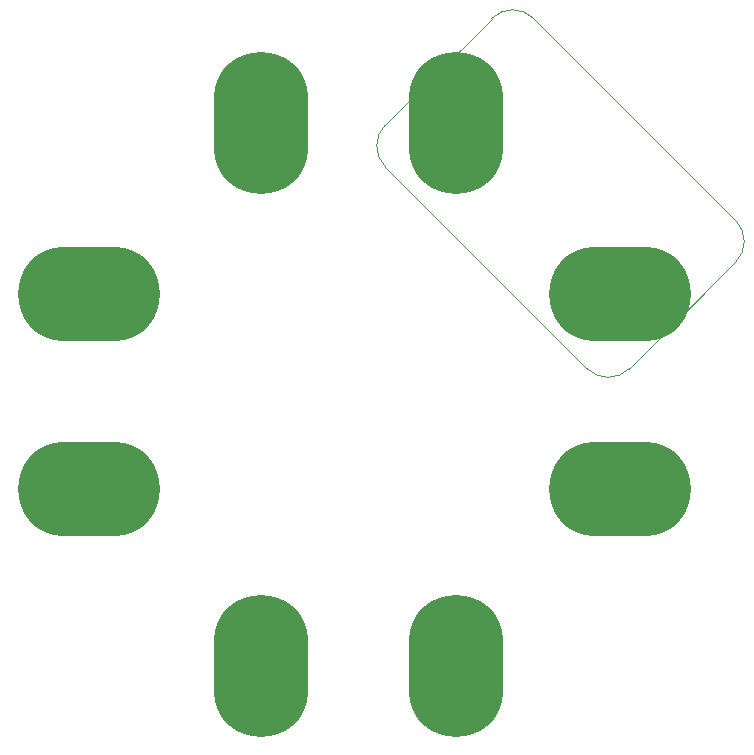
<source format=gbr>
%TF.GenerationSoftware,KiCad,Pcbnew,(5.1.8-0-10_14)*%
%TF.CreationDate,2021-02-24T01:50:54+08:00*%
%TF.ProjectId,batt_board,62617474-5f62-46f6-9172-642e6b696361,v0.2*%
%TF.SameCoordinates,Original*%
%TF.FileFunction,Paste,Bot*%
%TF.FilePolarity,Positive*%
%FSLAX46Y46*%
G04 Gerber Fmt 4.6, Leading zero omitted, Abs format (unit mm)*
G04 Created by KiCad (PCBNEW (5.1.8-0-10_14)) date 2021-02-24 01:50:54*
%MOMM*%
%LPD*%
G01*
G04 APERTURE LIST*
%ADD10C,0.120000*%
%ADD11O,8.000000X12.000000*%
%ADD12O,12.000000X8.000000*%
G04 APERTURE END LIST*
D10*
%TO.C,Battery*%
X154637133Y-53219933D02*
X171699620Y-70282419D01*
X171699620Y-73874522D02*
X162719364Y-82854778D01*
X159127261Y-82854778D02*
X142064775Y-65792291D01*
X142064775Y-62200189D02*
X151045031Y-53219933D01*
X151045031Y-53219933D02*
G75*
G02*
X154637133Y-53219933I1796051J-1796051D01*
G01*
X142064775Y-65792291D02*
G75*
G02*
X142064775Y-62200189I1796051J1796051D01*
G01*
X162719364Y-82854779D02*
G75*
G02*
X159127261Y-82854778I-1796051J1796052D01*
G01*
X171699620Y-70282420D02*
G75*
G02*
X171699620Y-73874522I-1796051J-1796051D01*
G01*
%TD*%
D11*
%TO.C,ESC3*%
X148077200Y-108050800D03*
X131567200Y-108050800D03*
%TD*%
D12*
%TO.C,ESC4*%
X116949200Y-93077200D03*
X116949200Y-76567200D03*
%TD*%
%TO.C,ESC2*%
X161949200Y-93077200D03*
X161949200Y-76567200D03*
%TD*%
D11*
%TO.C,ESC1*%
X148077200Y-62050800D03*
X131567200Y-62050800D03*
%TD*%
M02*

</source>
